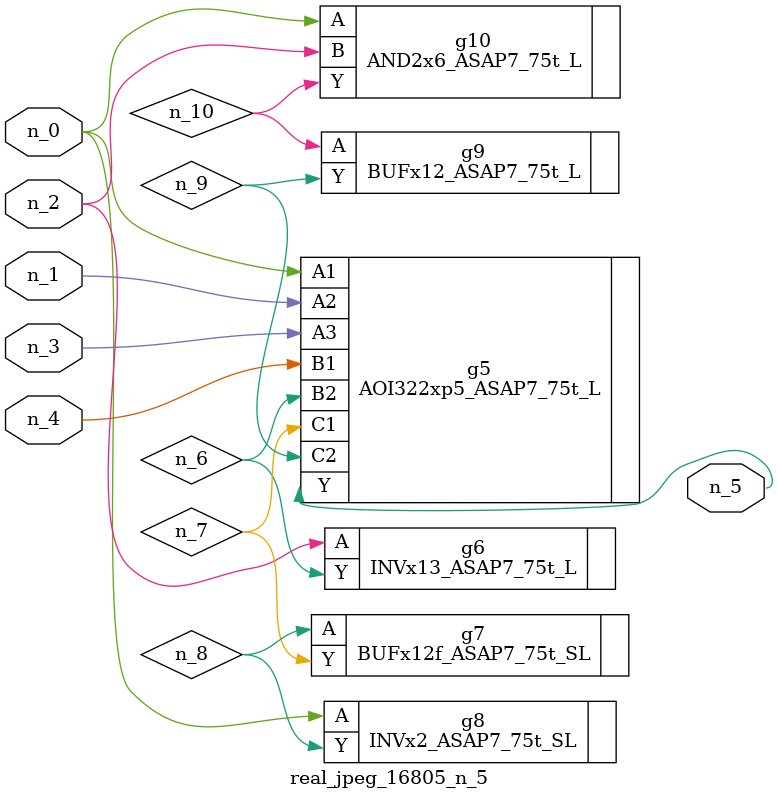
<source format=v>
module real_jpeg_16805_n_5 (n_4, n_0, n_1, n_2, n_3, n_5);

input n_4;
input n_0;
input n_1;
input n_2;
input n_3;

output n_5;

wire n_8;
wire n_6;
wire n_7;
wire n_10;
wire n_9;

AOI322xp5_ASAP7_75t_L g5 ( 
.A1(n_0),
.A2(n_1),
.A3(n_3),
.B1(n_4),
.B2(n_6),
.C1(n_7),
.C2(n_9),
.Y(n_5)
);

INVx2_ASAP7_75t_SL g8 ( 
.A(n_0),
.Y(n_8)
);

AND2x6_ASAP7_75t_L g10 ( 
.A(n_0),
.B(n_2),
.Y(n_10)
);

INVx13_ASAP7_75t_L g6 ( 
.A(n_2),
.Y(n_6)
);

BUFx12f_ASAP7_75t_SL g7 ( 
.A(n_8),
.Y(n_7)
);

BUFx12_ASAP7_75t_L g9 ( 
.A(n_10),
.Y(n_9)
);


endmodule
</source>
